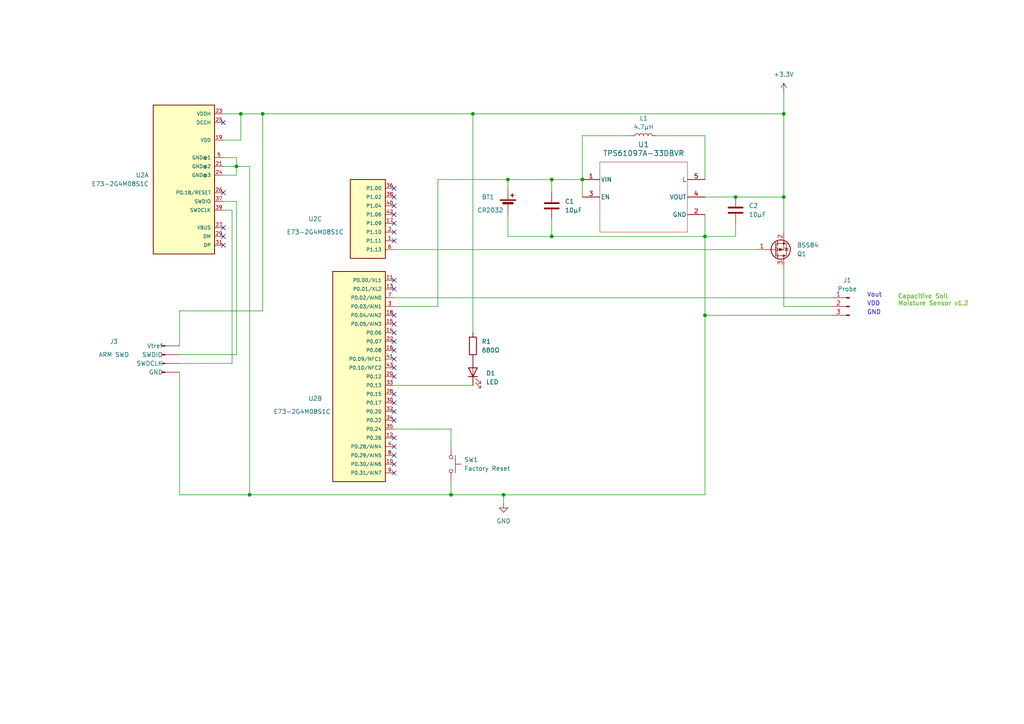
<source format=kicad_sch>
(kicad_sch (version 20230121) (generator eeschema)
  (paper "A4")
  (title_block (title "Swift Zigbee Soil Moisture Sensor") (date "2024-10-13") (rev "2.0"))
  (lib_symbols
    (symbol "Connector:Conn_01x03_Pin" (pin_names (offset 1.016) hide)
      (property "Reference" "J" (at 0 5.08 0))
      (property "Value" "Conn_01x03_Pin" (at 0 -5.08 0))
      (symbol "Conn_01x03_Pin_1_1"
        (polyline (pts (xy 1.27 -2.54) (xy 0.8636 -2.54)) (stroke (width 0.1524)))
        (polyline (pts (xy 1.27 0) (xy 0.8636 0)) (stroke (width 0.1524)))
        (polyline (pts (xy 1.27 2.54) (xy 0.8636 2.54)) (stroke (width 0.1524)))
        (rectangle (start 0.8636 -2.413) (end 0 -2.667) (stroke (width 0.1524)) (fill (type outline)))
        (rectangle (start 0.8636 0.127) (end 0 -0.127) (stroke (width 0.1524)) (fill (type outline)))
        (rectangle (start 0.8636 2.667) (end 0 2.413) (stroke (width 0.1524)) (fill (type outline)))
        (pin passive line (at 5.08 2.54 180) (length 3.81) (name "Pin_1") (number "1"))
        (pin passive line (at 5.08 0 180) (length 3.81) (name "Pin_2") (number "2"))
        (pin passive line (at 5.08 -2.54 180) (length 3.81) (name "Pin_3") (number "3"))
      )
    )
    (symbol "Connector:Conn_01x04_Pin" (pin_numbers hide) (pin_names (offset 1.016))
      (property "Reference" "J3" (at -13.97 3.81 0))
      (property "Value" "ARM SWD" (at -13.97 0 0))
      (symbol "Conn_01x04_Pin_1_1"
        (polyline (pts (xy 1.27 -5.08) (xy 0.8636 -5.08)) (stroke (width 0.1524)))
        (polyline (pts (xy 1.27 -2.54) (xy 0.8636 -2.54)) (stroke (width 0.1524)))
        (polyline (pts (xy 1.27 0) (xy 0.8636 0)) (stroke (width 0.1524)))
        (polyline (pts (xy 1.27 2.54) (xy 0.8636 2.54)) (stroke (width 0.1524)))
        (rectangle (start 0.8636 -4.953) (end 0 -5.207) (stroke (width 0.1524)) (fill (type outline)))
        (rectangle (start 0.8636 -2.413) (end 0 -2.667) (stroke (width 0.1524)) (fill (type outline)))
        (rectangle (start 0.8636 0.127) (end 0 -0.127) (stroke (width 0.1524)) (fill (type outline)))
        (rectangle (start 0.8636 2.667) (end 0 2.413) (stroke (width 0.1524)) (fill (type outline)))
        (pin power_in line (at 5.08 2.54 180) (length 3.81) (name "Vtref") (number "1"))
        (pin bidirectional line (at 5.08 0 180) (length 3.81) (name "SWDIO") (number "2"))
        (pin input line (at 5.08 -2.54 180) (length 3.81) (name "SWDCLK") (number "3"))
        (pin power_in line (at 5.08 -5.08 180) (length 3.81) (name "GND") (number "4"))
      )
    )
    (symbol "Device:Battery_Cell" (pin_numbers hide) (pin_names (offset 0) hide)
      (property "Reference" "BT" (at 2.54 2.54 0))
      (property "Value" "Battery_Cell" (at 2.54 0 0))
      (symbol "Battery_Cell_0_1"
        (rectangle (start -2.286 1.778) (end 2.286 1.524) (fill (type outline)))
        (rectangle (start -1.524 1.016) (end 1.524 0.508) (fill (type outline)))
        (polyline (pts (xy 0 0.762) (xy 0 0)))
        (polyline (pts (xy 0 1.778) (xy 0 2.54)))
        (polyline (pts (xy 0.762 3.048) (xy 1.778 3.048)) (stroke (width 0.254)))
        (polyline (pts (xy 1.27 3.556) (xy 1.27 2.54)) (stroke (width 0.254)))
      )
      (symbol "Battery_Cell_1_1"
        (pin passive line (at 0 5.08 270) (length 2.54) (name "+") (number "1"))
        (pin passive line (at 0 -2.54 90) (length 2.54) (name "-") (number "2"))
      )
    )
    (symbol "Device:C" (pin_numbers hide) (pin_names (offset 0.254))
      (property "Reference" "C" (at 0.635 2.54 0))
      (property "Value" "C" (at 0.635 -2.54 0))
      (symbol "C_0_1"
        (polyline (pts (xy -2.032 -0.762) (xy 2.032 -0.762)) (stroke (width 0.508)))
        (polyline (pts (xy -2.032 0.762) (xy 2.032 0.762)) (stroke (width 0.508)))
      )
      (symbol "C_1_1"
        (pin passive line (at 0 3.81 270) (length 2.794) (name "~") (number "1"))
        (pin passive line (at 0 -3.81 90) (length 2.794) (name "~") (number "2"))
      )
    )
    (symbol "Device:L" (pin_numbers hide) (pin_names (offset 1.016) hide)
      (property "Reference" "L" (at -1.27 0 90))
      (property "Value" "L" (at 1.905 0 90))
      (symbol "L_0_1"
        (arc (start 0 -2.54) (mid 0.6323 -1.905) (end 0 -1.27))
        (arc (start 0 -1.27) (mid 0.6323 -0.635) (end 0 0))
        (arc (start 0 0) (mid 0.6323 0.635) (end 0 1.27))
        (arc (start 0 1.27) (mid 0.6323 1.905) (end 0 2.54))
      )
      (symbol "L_1_1"
        (pin passive line (at 0 3.81 270) (length 1.27) (name "1") (number "1"))
        (pin passive line (at 0 -3.81 90) (length 1.27) (name "2") (number "2"))
      )
    )
    (symbol "Device:LED" (pin_numbers hide) (pin_names (offset 1.016) hide)
      (property "Reference" "D" (at 0 2.54 0))
      (property "Value" "LED" (at 0 -2.54 0))
      (symbol "LED_0_1"
        (polyline (pts (xy -1.27 -1.27) (xy -1.27 1.27)) (stroke (width 0.254)))
        (polyline (pts (xy -1.27 0) (xy 1.27 0)))
        (polyline (pts (xy 1.27 -1.27) (xy 1.27 1.27) (xy -1.27 0) (xy 1.27 -1.27)) (stroke (width 0.254)))
        (polyline (pts (xy -3.048 -0.762) (xy -4.572 -2.286) (xy -3.81 -2.286) (xy -4.572 -2.286) (xy -4.572 -1.524)))
        (polyline (pts (xy -1.778 -0.762) (xy -3.302 -2.286) (xy -2.54 -2.286) (xy -3.302 -2.286) (xy -3.302 -1.524)))
      )
      (symbol "LED_1_1"
        (pin passive line (at -3.81 0 0) (length 2.54) (name "K") (number "1"))
        (pin passive line (at 3.81 0 180) (length 2.54) (name "A") (number "2"))
      )
    )
    (symbol "Device:R" (pin_numbers hide) (pin_names (offset 0))
      (property "Reference" "R" (at 2.032 0 90))
      (property "Value" "R" (at 0 0 90))
      (symbol "R_0_1"
        (rectangle (start -1.016 -2.54) (end 1.016 2.54) (stroke (width 0.254)))
      )
      (symbol "R_1_1"
        (pin passive line (at 0 3.81 270) (length 1.27) (name "~") (number "1"))
        (pin passive line (at 0 -3.81 90) (length 1.27) (name "~") (number "2"))
      )
    )
    (symbol "E73-2G4M08S1C:E73-2G4M08S1C" (pin_names (offset 1.016))
      (property "Reference" "U" (at -15.24 20.32 0))
      (property "Value" "E73-2G4M08S1C" (at -15.24 -25.4 0))
      (symbol "E73-2G4M08S1C_1_0"
        (rectangle (start -15.24 -22.86) (end 2.54 20.32) (stroke (width 0.254)) (fill (type background)))
        (pin bidirectional line (at -17.78 10.16 0) (length 2.54) (name "VDD") (number "19"))
        (pin bidirectional line (at -17.78 2.54 0) (length 2.54) (name "GND@2") (number "21"))
        (pin bidirectional line (at -17.78 17.78 0) (length 2.54) (name "VDDH") (number "23"))
        (pin bidirectional line (at -17.78 0 0) (length 2.54) (name "GND@3") (number "24"))
        (pin bidirectional line (at -17.78 15.24 0) (length 2.54) (name "DCCH") (number "25"))
        (pin bidirectional line (at -17.78 -5.08 0) (length 2.54) (name "P0.18/RESET") (number "26"))
        (pin bidirectional line (at -17.78 -15.24 0) (length 2.54) (name "VBUS") (number "27"))
        (pin bidirectional line (at -17.78 -17.78 0) (length 2.54) (name "DM") (number "29"))
        (pin bidirectional line (at -17.78 -20.32 0) (length 2.54) (name "DP") (number "31"))
        (pin bidirectional line (at -17.78 -7.62 0) (length 2.54) (name "SWDIO") (number "37"))
        (pin bidirectional line (at -17.78 -10.16 0) (length 2.54) (name "SWDCLK") (number "39"))
        (pin bidirectional line (at -17.78 5.08 0) (length 2.54) (name "GND@1") (number "5"))
      )
      (symbol "E73-2G4M08S1C_2_0"
        (rectangle (start -5.08 -30.48) (end 10.16 30.48) (stroke (width 0.254)) (fill (type background)))
        (pin bidirectional line (at 12.7 -25.4 180) (length 2.54) (name "P0.30/AIN6") (number "10"))
        (pin bidirectional line (at 12.7 27.94 180) (length 2.54) (name "P0.00/XL1") (number "11"))
        (pin bidirectional line (at 12.7 -17.78 180) (length 2.54) (name "P0.26") (number "12"))
        (pin bidirectional line (at 12.7 25.4 180) (length 2.54) (name "P0.01/XL2") (number "13"))
        (pin bidirectional line (at 12.7 12.7 180) (length 2.54) (name "P0.06") (number "14"))
        (pin bidirectional line (at 12.7 15.24 180) (length 2.54) (name "P0.05/AIN3") (number "15"))
        (pin bidirectional line (at 12.7 7.62 180) (length 2.54) (name "P0.08") (number "16"))
        (pin bidirectional line (at 12.7 17.78 180) (length 2.54) (name "P0.04/AIN2") (number "18"))
        (pin bidirectional line (at 12.7 0 180) (length 2.54) (name "P0.12") (number "20"))
        (pin bidirectional line (at 12.7 10.16 180) (length 2.54) (name "P0.07") (number "22"))
        (pin bidirectional line (at 12.7 -5.08 180) (length 2.54) (name "P0.15") (number "28"))
        (pin bidirectional line (at 12.7 20.32 180) (length 2.54) (name "P0.03/AIN1") (number "3"))
        (pin bidirectional line (at 12.7 -7.62 180) (length 2.54) (name "P0.17") (number "30"))
        (pin bidirectional line (at 12.7 -10.16 180) (length 2.54) (name "P0.20") (number "32"))
        (pin bidirectional line (at 12.7 -2.54 180) (length 2.54) (name "P0.13") (number "33"))
        (pin bidirectional line (at 12.7 -12.7 180) (length 2.54) (name "P0.22") (number "34"))
        (pin bidirectional line (at 12.7 -15.24 180) (length 2.54) (name "P0.24") (number "35"))
        (pin bidirectional line (at 12.7 -20.32 180) (length 2.54) (name "P0.28/AIN4") (number "4"))
        (pin bidirectional line (at 12.7 5.08 180) (length 2.54) (name "P0.09/NFC1") (number "41"))
        (pin bidirectional line (at 12.7 2.54 180) (length 2.54) (name "P0.10/NFC2") (number "43"))
        (pin bidirectional line (at 12.7 22.86 180) (length 2.54) (name "P0.02/AIN0") (number "7"))
        (pin bidirectional line (at 12.7 -22.86 180) (length 2.54) (name "P0.29/AIN5") (number "8"))
        (pin bidirectional line (at 12.7 -27.94 180) (length 2.54) (name "P0.31/AIN7") (number "9"))
      )
      (symbol "E73-2G4M08S1C_3_0"
        (rectangle (start -2.54 -12.7) (end 7.62 10.16) (stroke (width 0.254)) (fill (type background)))
        (pin bidirectional line (at 10.16 -7.62 180) (length 2.54) (name "P1.11") (number "1"))
        (pin bidirectional line (at 10.16 -2.54 180) (length 2.54) (name "P1.09") (number "17"))
        (pin bidirectional line (at 10.16 -5.08 180) (length 2.54) (name "P1.10") (number "2"))
        (pin bidirectional line (at 10.16 7.62 180) (length 2.54) (name "P1.00") (number "36"))
        (pin bidirectional line (at 10.16 5.08 180) (length 2.54) (name "P1.02") (number "38"))
        (pin bidirectional line (at 10.16 2.54 180) (length 2.54) (name "P1.04") (number "40"))
        (pin bidirectional line (at 10.16 0 180) (length 2.54) (name "P1.06") (number "42"))
        (pin bidirectional line (at 10.16 -10.16 180) (length 2.54) (name "P1.13") (number "6"))
      )
    )
    (symbol "Switch:SW_Push" (pin_numbers hide) (pin_names (offset 1.016) hide)
      (property "Reference" "SW" (at 1.27 2.54 0))
      (property "Value" "SW_Push" (at 0 -1.524 0))
      (symbol "SW_Push_0_1"
        (circle (center -2.032 0) (radius 0.508))
        (polyline (pts (xy 0 1.27) (xy 0 3.048)))
        (polyline (pts (xy 2.54 1.27) (xy -2.54 1.27)))
        (circle (center 2.032 0) (radius 0.508))
        (pin passive line (at -5.08 0 0) (length 2.54) (name "1") (number "1"))
        (pin passive line (at 5.08 0 180) (length 2.54) (name "2") (number "2"))
      )
    )
    (symbol "TPS61097A-33:TPS61097A-33DBVR" (pin_names (offset 0.254))
      (property "Reference" "U" (at 0 2.54 0))
      (property "Value" "TPS61097A-33DBVR" (at 0 0 0))
      (symbol "TPS61097A-33DBVR_0_1"
        (polyline (pts (xy -12.7 -10.16) (xy 12.7 -10.16)) (stroke (width 0.1016)))
        (polyline (pts (xy -12.7 10.16) (xy -12.7 -10.16)) (stroke (width 0.1016)))
        (polyline (pts (xy 12.7 -10.16) (xy 12.7 10.16)) (stroke (width 0.1016)))
        (polyline (pts (xy 12.7 10.16) (xy -12.7 10.16)) (stroke (width 0.1016)))
        (pin power_in line (at -17.78 5.08 0) (length 5.08) (name "VIN") (number "1"))
        (pin power_in line (at 17.78 -5.08 180) (length 5.08) (name "GND") (number "2"))
        (pin input line (at -17.78 0 0) (length 5.08) (name "EN") (number "3"))
        (pin power_in line (at 17.78 0 180) (length 5.08) (name "VOUT") (number "4"))
        (pin input line (at 17.78 5.08 180) (length 5.08) (name "L") (number "5"))
      )
    )
    (symbol "Transistor_FET:BSS84" (pin_names hide)
      (property "Reference" "Q" (at 5.08 1.905 0))
      (property "Value" "BSS84" (at 5.08 0 0))
      (symbol "BSS84_0_1"
        (polyline (pts (xy 0.254 0) (xy -2.54 0)))
        (polyline (pts (xy 0.254 1.905) (xy 0.254 -1.905)) (stroke (width 0.254)))
        (polyline (pts (xy 0.762 -1.27) (xy 0.762 -2.286)) (stroke (width 0.254)))
        (polyline (pts (xy 0.762 0.508) (xy 0.762 -0.508)) (stroke (width 0.254)))
        (polyline (pts (xy 0.762 2.286) (xy 0.762 1.27)) (stroke (width 0.254)))
        (polyline (pts (xy 2.54 2.54) (xy 2.54 1.778)))
        (polyline (pts (xy 2.54 -2.54) (xy 2.54 0) (xy 0.762 0)))
        (polyline (pts (xy 0.762 1.778) (xy 3.302 1.778) (xy 3.302 -1.778) (xy 0.762 -1.778)))
        (polyline (pts (xy 2.286 0) (xy 1.27 0.381) (xy 1.27 -0.381) (xy 2.286 0)) (fill (type outline)))
        (polyline (pts (xy 2.794 -0.508) (xy 2.921 -0.381) (xy 3.683 -0.381) (xy 3.81 -0.254)))
        (polyline (pts (xy 3.302 -0.381) (xy 2.921 0.254) (xy 3.683 0.254) (xy 3.302 -0.381)))
        (circle (center 1.651 0) (radius 2.794) (stroke (width 0.254)))
        (circle (center 2.54 -1.778) (radius 0.254) (fill (type outline)))
        (circle (center 2.54 1.778) (radius 0.254) (fill (type outline)))
      )
      (symbol "BSS84_1_1"
        (pin input line (at -5.08 0 0) (length 2.54) (name "G") (number "1"))
        (pin passive line (at 2.54 -5.08 90) (length 2.54) (name "S") (number "2"))
        (pin passive line (at 2.54 5.08 270) (length 2.54) (name "D") (number "3"))
      )
    )
    (symbol "power:+3.3V" (power) (pin_names (offset 0))
      (property "Value" "+3.3V" (at 0 3.556 0))
      (symbol "+3.3V_0_1"
        (polyline (pts (xy -0.762 1.27) (xy 0 2.54)))
        (polyline (pts (xy 0 0) (xy 0 2.54)))
        (polyline (pts (xy 0 2.54) (xy 0.762 1.27)))
      )
      (symbol "+3.3V_1_1"
        (pin power_in line (at 0 0 90) (length 0) hide (name "+3.3V") (number "1"))
      )
    )
    (symbol "power:GND" (power) (pin_names (offset 0))
      (property "Value" "GND" (at 0 -3.81 0))
      (symbol "GND_0_1"
        (polyline (pts (xy 0 0) (xy 0 -1.27) (xy 1.27 -1.27) (xy 0 -2.54) (xy -1.27 -1.27) (xy 0 -1.27)))
      )
      (symbol "GND_1_1"
        (pin power_in line (at 0 0 270) (length 0) hide (name "GND") (number "1"))
      )
    )
  )
  (junction (at 160.02 68.58))
  (junction (at 72.39 143.51))
  (junction (at 69.85 33.02))
  (junction (at 76.2 33.02))
  (junction (at 204.47 91.44))
  (junction (at 213.36 57.15))
  (junction (at 160.02 52.07))
  (junction (at 168.91 52.07))
  (junction (at 146.05 143.51))
  (junction (at 130.81 143.51))
  (junction (at 204.47 68.58))
  (junction (at 68.58 48.26))
  (junction (at 137.16 33.02))
  (junction (at 147.32 52.07))
  (junction (at 227.33 57.15))
  (junction (at 227.33 33.02))
  (no_connect (at 114.3 59.69))
  (no_connect (at 64.77 71.12))
  (no_connect (at 114.3 121.92))
  (no_connect (at 114.3 101.6))
  (no_connect (at 114.3 67.31))
  (no_connect (at 114.3 62.23))
  (no_connect (at 114.3 129.54))
  (no_connect (at 114.3 91.44))
  (no_connect (at 114.3 106.68))
  (no_connect (at 114.3 127))
  (no_connect (at 64.77 35.56))
  (no_connect (at 114.3 116.84))
  (no_connect (at 64.77 55.88))
  (no_connect (at 114.3 81.28))
  (no_connect (at 114.3 104.14))
  (no_connect (at 114.3 132.08))
  (no_connect (at 114.3 83.82))
  (no_connect (at 114.3 119.38))
  (no_connect (at 64.77 66.04))
  (no_connect (at 114.3 54.61))
  (no_connect (at 114.3 69.85))
  (no_connect (at 64.77 68.58))
  (no_connect (at 114.3 137.16))
  (no_connect (at 114.3 109.22))
  (no_connect (at 114.3 96.52))
  (no_connect (at 114.3 57.15))
  (no_connect (at 114.3 64.77))
  (no_connect (at 114.3 114.3))
  (no_connect (at 114.3 93.98))
  (no_connect (at 114.3 99.06))
  (no_connect (at 114.3 134.62))
  (wire (pts (xy 72.39 48.26) (xy 72.39 143.51)))
  (wire (pts (xy 64.77 60.96) (xy 67.31 60.96)))
  (wire (pts (xy 190.5 39.37) (xy 204.47 39.37)))
  (wire (pts (xy 204.47 57.15) (xy 213.36 57.15)))
  (wire (pts (xy 137.16 33.02) (xy 137.16 96.52)))
  (wire (pts (xy 68.58 48.26) (xy 68.58 50.8)))
  (wire (pts (xy 130.81 139.7) (xy 130.81 143.51)))
  (wire (pts (xy 67.31 105.41) (xy 52.07 105.41)))
  (wire (pts (xy 76.2 33.02) (xy 137.16 33.02)))
  (wire (pts (xy 204.47 62.23) (xy 204.47 68.58)))
  (wire (pts (xy 213.36 64.77) (xy 213.36 68.58)))
  (wire (pts (xy 127 52.07) (xy 147.32 52.07)))
  (wire (pts (xy 114.3 88.9) (xy 127 88.9)))
  (wire (pts (xy 147.32 54.61) (xy 147.32 52.07)))
  (wire (pts (xy 52.07 102.87) (xy 68.58 102.87)))
  (wire (pts (xy 147.32 52.07) (xy 160.02 52.07)))
  (wire (pts (xy 168.91 39.37) (xy 182.88 39.37)))
  (wire (pts (xy 227.33 33.02) (xy 227.33 57.15)))
  (wire (pts (xy 168.91 39.37) (xy 168.91 52.07)))
  (wire (pts (xy 227.33 88.9) (xy 241.3 88.9)))
  (wire (pts (xy 76.2 90.17) (xy 76.2 33.02)))
  (wire (pts (xy 160.02 68.58) (xy 160.02 63.5)))
  (wire (pts (xy 146.05 143.51) (xy 204.47 143.51)))
  (wire (pts (xy 204.47 68.58) (xy 204.47 91.44)))
  (wire (pts (xy 69.85 33.02) (xy 76.2 33.02)))
  (wire (pts (xy 227.33 57.15) (xy 227.33 67.31)))
  (wire (pts (xy 160.02 52.07) (xy 168.91 52.07)))
  (wire (pts (xy 160.02 52.07) (xy 160.02 55.88)))
  (wire (pts (xy 69.85 33.02) (xy 64.77 33.02)))
  (wire (pts (xy 160.02 68.58) (xy 204.47 68.58)))
  (wire (pts (xy 64.77 48.26) (xy 68.58 48.26)))
  (wire (pts (xy 204.47 91.44) (xy 241.3 91.44)))
  (wire (pts (xy 137.16 33.02) (xy 227.33 33.02)))
  (wire (pts (xy 72.39 143.51) (xy 130.81 143.51)))
  (wire (pts (xy 227.33 88.9) (xy 227.33 77.47)))
  (wire (pts (xy 64.77 45.72) (xy 68.58 45.72)))
  (wire (pts (xy 52.07 90.17) (xy 76.2 90.17)))
  (wire (pts (xy 67.31 60.96) (xy 67.31 105.41)))
  (wire (pts (xy 137.16 111.76) (xy 114.3 111.76)))
  (wire (pts (xy 64.77 58.42) (xy 68.58 58.42)))
  (wire (pts (xy 146.05 143.51) (xy 146.05 146.05)))
  (wire (pts (xy 130.81 129.54) (xy 130.81 124.46)))
  (wire (pts (xy 68.58 58.42) (xy 68.58 102.87)))
  (wire (pts (xy 52.07 143.51) (xy 72.39 143.51)))
  (wire (pts (xy 204.47 39.37) (xy 204.47 52.07)))
  (wire (pts (xy 130.81 143.51) (xy 146.05 143.51)))
  (wire (pts (xy 64.77 40.64) (xy 69.85 40.64)))
  (wire (pts (xy 114.3 86.36) (xy 241.3 86.36)))
  (wire (pts (xy 227.33 26.67) (xy 227.33 33.02)))
  (wire (pts (xy 130.81 124.46) (xy 114.3 124.46)))
  (wire (pts (xy 52.07 107.95) (xy 52.07 143.51)))
  (wire (pts (xy 68.58 48.26) (xy 72.39 48.26)))
  (wire (pts (xy 227.33 57.15) (xy 213.36 57.15)))
  (wire (pts (xy 52.07 90.17) (xy 52.07 100.33)))
  (wire (pts (xy 64.77 50.8) (xy 68.58 50.8)))
  (wire (pts (xy 147.32 68.58) (xy 160.02 68.58)))
  (wire (pts (xy 204.47 68.58) (xy 213.36 68.58)))
  (wire (pts (xy 147.32 68.58) (xy 147.32 62.23)))
  (wire (pts (xy 69.85 33.02) (xy 69.85 40.64)))
  (wire (pts (xy 127 52.07) (xy 127 88.9)))
  (wire (pts (xy 168.91 52.07) (xy 168.91 57.15)))
  (wire (pts (xy 114.3 72.39) (xy 219.71 72.39)))
  (wire (pts (xy 204.47 91.44) (xy 204.47 143.51)))
  (wire (pts (xy 68.58 45.72) (xy 68.58 48.26)))
  (text "GND" (at 251.46 91.44 0) (effects (font (size 1.27 1.27)) (justify left bottom)))
  (text "Vout" (at 251.46 86.36 0) (effects (font (size 1.27 1.27)) (justify left bottom)))
  (text "Capacitive Soil\nMoisture Sensor v1.2" (at 260.35 88.9 0) (effects (font (size 1.27 1.27) (thickness 0.254) bold) (justify left bottom)))
  (text "VDD" (at 251.46 88.9 0) (effects (font (size 1.27 1.27)) (justify left bottom)))
  (symbol (lib_id "Connector:Conn_01x03_Pin") (at 246.38 88.9 0) (mirror y) (unit 1)
    (property "Reference" "J1" (at 245.745 81.28 0))
    (property "Value" "Probe" (at 245.745 83.82 0))
    (property "Footprint" "Connector_PinHeader_2.54mm:PinHeader_1x03_P2.54mm_Horizontal" (effects hide))
    (property "LCSC" "Male C2935928 / Female C7089182" (effects hide))
  )
  (symbol (lib_id "Device:L") (at 186.69 39.37 90) (unit 1)
    (property "Reference" "L1" (at 186.69 34.29 90))
    (property "Value" "4.7µH" (at 186.69 36.83 90))
    (property "Footprint" "Inductor_SMD:L_Taiyo-Yuden_NR-30xx" (effects hide))
    (property "LCSC" "C87172" (effects hide))
  )
  (symbol (lib_id "E73-2G4M08S1C:E73-2G4M08S1C") (at 46.99 50.8 0) (mirror y) (unit 1)
    (property "Reference" "U2" (at 43.18 50.8 0) (effects (justify left)))
    (property "Value" "E73-2G4M08S1C" (at 43.18 53.34 0) (effects (justify left)))
    (property "Footprint" "E73-2G4M08S1C:E73-2G4M08S1C" (effects hide))
    (property "MF" "EBYTE" (effects hide))
    (property "Description" "\nE73 series are wireless Bluetooth modules designed by Chengdu Ebyte which feature small size, low power consumption, built-in PCB antenna and IPX interface\n" (effects hide))
    (property "Package" "Package" (effects hide))
    (property "MP" "E73-2G4M08S1C" (effects hide))
    (property "LCSC" "C356849" (effects hide))
  )
  (symbol (lib_id "Device:C") (at 213.36 60.96 0) (unit 1)
    (property "Reference" "C2" (at 217.17 59.69 0) (effects (justify left)))
    (property "Value" "10µF" (at 217.17 62.23 0) (effects (justify left)))
    (property "Footprint" "Capacitor_SMD:C_0603_1608Metric" (effects hide))
    (property "LCSC" "C329937" (effects hide))
  )
  (symbol (lib_id "power:GND") (at 146.05 146.05 0) (unit 1)
    (property "Reference" "#PWR01" (effects hide))
    (property "Value" "GND" (at 146.05 151.13 0))
  )
  (symbol (lib_id "Connector:Conn_01x04_Pin") (at 46.99 102.87 0) (unit 1)
    (property "Reference" "J3" (at 33.02 99.06 0))
    (property "Value" "ARM SWD" (at 33.02 102.87 0))
    (property "Footprint" "Connector_PinHeader_2.54mm:PinHeader_1x04_P2.54mm_Vertical" (effects hide))
    (property "LCSC" "C6332197" (effects hide))
  )
  (symbol (lib_id "power:+3.3V") (at 227.33 26.67 0) (unit 1)
    (property "Reference" "#PWR02" (effects hide))
    (property "Value" "+3.3V" (at 227.33 21.59 0))
  )
  (symbol (lib_id "E73-2G4M08S1C:E73-2G4M08S1C") (at 101.6 109.22 0) (unit 2)
    (property "Reference" "U2" (at 91.44 115.57 0))
    (property "Value" "E73-2G4M08S1C" (at 87.63 119.38 0))
    (property "Footprint" "E73-2G4M08S1C:E73-2G4M08S1C" (effects hide))
    (property "MF" "EBYTE" (effects hide))
    (property "Description" "\nE73 series are wireless Bluetooth modules designed by Chengdu Ebyte which feature small size, low power consumption, built-in PCB antenna and IPX interface\n" (effects hide))
    (property "Package" "Package" (effects hide))
    (property "MP" "E73-2G4M08S1C" (effects hide))
    (property "LCSC" "C356849" (effects hide))
  )
  (symbol (lib_id "Device:R") (at 137.16 100.33 0) (unit 1)
    (property "Reference" "R1" (at 139.7 99.06 0) (effects (justify left)))
    (property "Value" "680Ω" (at 139.7 101.6 0) (effects (justify left)))
    (property "Footprint" "Resistor_SMD:R_0603_1608Metric" (effects hide))
    (property "LCSC" "C445820" (effects hide))
  )
  (symbol (lib_id "Transistor_FET:BSS84") (at 224.79 72.39 0) (mirror x) (unit 1)
    (property "Reference" "Q1" (at 231.14 73.66 0) (effects (justify left)))
    (property "Value" "BSS84" (at 231.14 71.12 0) (effects (justify left)))
    (property "Footprint" "Package_TO_SOT_SMD:SOT-23" (effects hide))
    (property "Datasheet" "http://assets.nexperia.com/documents/data-sheet/BSS84.pdf" (effects hide))
    (property "LCSC" "C493579" (effects hide))
  )
  (symbol (lib_id "E73-2G4M08S1C:E73-2G4M08S1C") (at 104.14 62.23 0) (unit 3)
    (property "Reference" "U2" (at 91.44 63.5 0))
    (property "Value" "E73-2G4M08S1C" (at 91.44 67.31 0))
    (property "Footprint" "E73-2G4M08S1C:E73-2G4M08S1C" (effects hide))
    (property "MF" "EBYTE" (effects hide))
    (property "Description" "\nE73 series are wireless Bluetooth modules designed by Chengdu Ebyte which feature small size, low power consumption, built-in PCB antenna and IPX interface\n" (effects hide))
    (property "Package" "Package" (effects hide))
    (property "MP" "E73-2G4M08S1C" (effects hide))
    (property "LCSC" "C356849" (effects hide))
  )
  (symbol (lib_id "Device:LED") (at 137.16 107.95 90) (unit 1)
    (property "Reference" "D1" (at 140.97 108.2675 90) (effects (justify right)))
    (property "Value" "LED" (at 140.97 110.8075 90) (effects (justify right)))
    (property "Footprint" "LED_SMD:LED_0603_1608Metric" (effects hide))
    (property "LCSC" "C5246833" (effects hide))
  )
  (symbol (lib_id "Device:C") (at 160.02 59.69 0) (unit 1)
    (property "Reference" "C1" (at 163.83 58.42 0) (effects (justify left)))
    (property "Value" "10µF" (at 163.83 60.96 0) (effects (justify left)))
    (property "Footprint" "Capacitor_SMD:C_0603_1608Metric" (effects hide))
    (property "LCSC" "C329937" (effects hide))
  )
  (symbol (lib_id "Switch:SW_Push") (at 130.81 134.62 270) (unit 1)
    (property "Reference" "SW1" (at 134.62 133.35 90) (effects (justify left)))
    (property "Value" "Factory Reset" (at 134.62 135.89 90) (effects (justify left)))
    (property "Footprint" "Button_Switch_SMD:SW_SPST_B3S-1000" (effects hide))
    (property "LCSC" "C231324" (effects hide))
  )
  (symbol (lib_id "TPS61097A-33:TPS61097A-33DBVR") (at 186.69 57.15 0) (unit 1)
    (property "Reference" "U1" (at 186.69 41.91 0) (effects (font (size 1.524 1.524))))
    (property "Value" "TPS61097A-33DBVR" (at 186.69 44.45 0) (effects (font (size 1.524 1.524))))
    (property "Footprint" "Package_TO_SOT_SMD:SOT-23-5_HandSoldering" (effects hide))
    (property "Datasheet" "TPS61097A-33DBVR" (effects hide))
    (property "LCSC" "C2071172" (effects hide))
  )
  (symbol (lib_id "Device:Battery_Cell") (at 147.32 59.69 0) (unit 1)
    (property "Reference" "BT1" (at 139.7 57.15 0) (effects (justify left)))
    (property "Value" "CR2032" (at 138.43 60.96 0) (effects (justify left)))
    (property "Footprint" "Battery:BatteryHolder_Keystone_1060_1x2032" (effects hide))
    (property "LCSC" "C22363833" (effects hide))
  )
)
</source>
